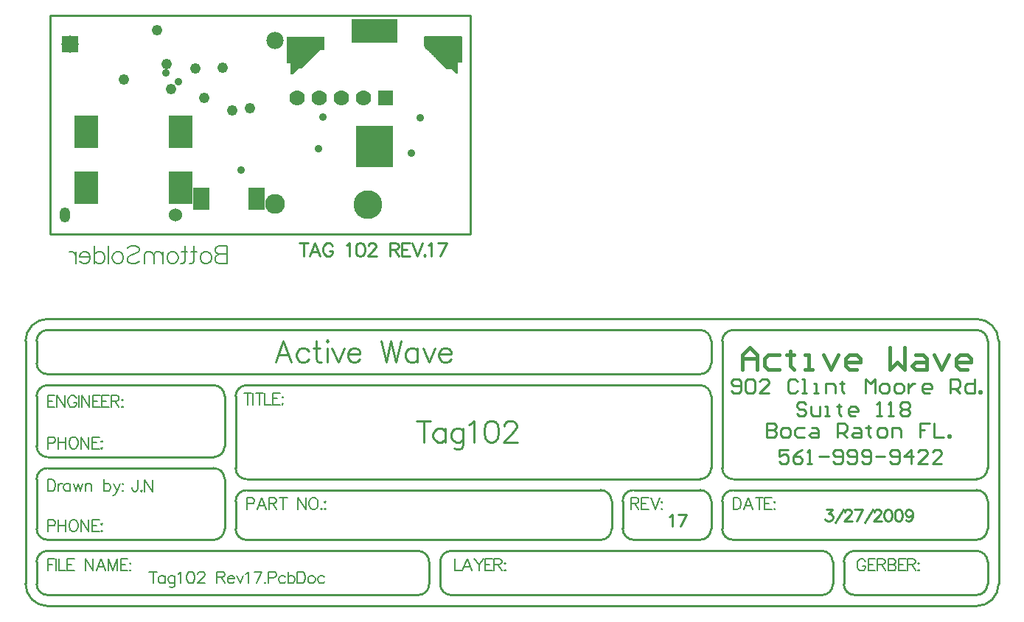
<source format=gbs>
%FSLAX23Y23*%
%MOIN*%
G70*
G01*
G75*
G04 Layer_Color=16711935*
%ADD10C,0.030*%
%ADD11R,0.030X0.030*%
%ADD12R,0.074X0.045*%
%ADD13C,0.040*%
%ADD14R,0.020X0.050*%
%ADD15O,0.016X0.060*%
%ADD16R,0.024X0.024*%
%ADD17O,0.016X0.060*%
%ADD18R,0.030X0.030*%
%ADD19R,0.024X0.100*%
%ADD20R,0.024X0.090*%
%ADD21R,0.070X0.024*%
%ADD22R,0.090X0.024*%
%ADD23O,0.024X0.080*%
%ADD24R,0.075X0.043*%
%ADD25R,0.014X0.035*%
%ADD26R,0.014X0.035*%
%ADD27R,0.050X0.036*%
%ADD28R,0.036X0.036*%
%ADD29R,0.036X0.036*%
%ADD30R,0.036X0.050*%
%ADD31R,0.063X0.051*%
%ADD32R,0.080X0.060*%
%ADD33C,0.010*%
%ADD34C,0.014*%
%ADD35C,0.006*%
%ADD36C,0.016*%
%ADD37C,0.015*%
%ADD38C,0.025*%
%ADD39C,0.012*%
%ADD40C,0.008*%
%ADD41C,0.020*%
%ADD42C,0.005*%
%ADD43C,0.009*%
%ADD44C,0.062*%
%ADD45R,0.062X0.062*%
%ADD46O,0.040X0.060*%
%ADD47C,0.070*%
%ADD48C,0.122*%
%ADD49C,0.028*%
%ADD50R,0.070X0.070*%
%ADD51R,0.067X0.091*%
%ADD52C,0.020*%
%ADD53R,0.200X0.100*%
%ADD54R,0.160X0.180*%
%ADD55R,0.098X0.138*%
%ADD56C,0.032*%
%ADD57C,0.010*%
%ADD58R,0.032X0.036*%
%ADD59R,0.273X0.018*%
%ADD60R,0.038X0.038*%
%ADD61R,0.082X0.053*%
%ADD62C,0.048*%
%ADD63R,0.028X0.058*%
%ADD64O,0.024X0.068*%
%ADD65R,0.032X0.032*%
%ADD66O,0.024X0.068*%
%ADD67R,0.038X0.038*%
%ADD68R,0.032X0.108*%
%ADD69R,0.032X0.098*%
%ADD70R,0.078X0.032*%
%ADD71R,0.098X0.032*%
%ADD72O,0.032X0.088*%
%ADD73R,0.083X0.051*%
%ADD74R,0.022X0.043*%
%ADD75R,0.022X0.043*%
%ADD76R,0.058X0.044*%
%ADD77R,0.044X0.044*%
%ADD78R,0.044X0.044*%
%ADD79R,0.044X0.058*%
%ADD80R,0.071X0.059*%
%ADD81R,0.088X0.068*%
%ADD82O,0.048X0.068*%
%ADD83C,0.090*%
%ADD84C,0.078*%
%ADD85C,0.130*%
%ADD86C,0.036*%
%ADD87C,0.060*%
%ADD88R,0.078X0.078*%
%ADD89R,0.075X0.099*%
%ADD90R,0.208X0.108*%
%ADD91R,0.168X0.188*%
%ADD92R,0.106X0.146*%
G36*
X7Y-34D02*
X-9D01*
Y-85D01*
X-17D01*
X-127Y25D01*
X-158D01*
Y72D01*
X7D01*
Y-34D01*
D02*
G37*
G36*
X-613Y41D02*
X-714Y-60D01*
X-755D01*
Y-31D01*
X-782D01*
Y82D01*
X-613D01*
Y41D01*
D02*
G37*
D33*
X-1854Y-811D02*
Y178D01*
Y-811D02*
X48D01*
X-1854Y178D02*
X48D01*
Y-811D02*
Y178D01*
X-706Y-852D02*
Y-912D01*
X-726Y-852D02*
X-686D01*
X-633Y-912D02*
X-656Y-852D01*
X-679Y-912D01*
X-670Y-892D02*
X-642D01*
X-576Y-866D02*
X-579Y-861D01*
X-585Y-855D01*
X-591Y-852D01*
X-602D01*
X-608Y-855D01*
X-613Y-861D01*
X-616Y-866D01*
X-619Y-875D01*
Y-889D01*
X-616Y-898D01*
X-613Y-903D01*
X-608Y-909D01*
X-602Y-912D01*
X-591D01*
X-585Y-909D01*
X-579Y-903D01*
X-576Y-898D01*
Y-889D01*
X-591D02*
X-576D01*
X-515Y-863D02*
X-510Y-861D01*
X-501Y-852D01*
Y-912D01*
X-454Y-852D02*
X-463Y-855D01*
X-469Y-863D01*
X-471Y-878D01*
Y-886D01*
X-469Y-901D01*
X-463Y-909D01*
X-454Y-912D01*
X-449D01*
X-440Y-909D01*
X-434Y-901D01*
X-431Y-886D01*
Y-878D01*
X-434Y-863D01*
X-440Y-855D01*
X-449Y-852D01*
X-454D01*
X-415Y-866D02*
Y-863D01*
X-412Y-858D01*
X-409Y-855D01*
X-404Y-852D01*
X-392D01*
X-387Y-855D01*
X-384Y-858D01*
X-381Y-863D01*
Y-869D01*
X-384Y-875D01*
X-390Y-883D01*
X-418Y-912D01*
X-378D01*
X-318Y-852D02*
Y-912D01*
Y-852D02*
X-292D01*
X-283Y-855D01*
X-280Y-858D01*
X-278Y-863D01*
Y-869D01*
X-280Y-875D01*
X-283Y-878D01*
X-292Y-881D01*
X-318D01*
X-298D02*
X-278Y-912D01*
X-227Y-852D02*
X-264D01*
Y-912D01*
X-227D01*
X-264Y-881D02*
X-241D01*
X-217Y-852D02*
X-194Y-912D01*
X-171Y-852D02*
X-194Y-912D01*
X-161Y-906D02*
X-164Y-909D01*
X-161Y-912D01*
X-158Y-909D01*
X-161Y-906D01*
X-145Y-863D02*
X-139Y-861D01*
X-130Y-852D01*
Y-912D01*
X-61Y-852D02*
X-89Y-912D01*
X-101Y-852D02*
X-61D01*
X2385Y-2020D02*
G03*
X2336Y-1971I-49J0D01*
G01*
X1235D02*
G03*
X1185Y-2021I0J-50D01*
G01*
X2335Y-1921D02*
G03*
X2385Y-1871I0J50D01*
G01*
X1185D02*
G03*
X1235Y-1921I50J0D01*
G01*
X-1865Y-1196D02*
G03*
X-1965Y-1296I0J-100D01*
G01*
Y-2395D02*
G03*
X-1866Y-2496I101J0D01*
G01*
X2335Y-2496D02*
G03*
X2435Y-2396I0J100D01*
G01*
Y-1296D02*
G03*
X2335Y-1196I-100J0D01*
G01*
X2385Y-1295D02*
G03*
X2334Y-1246I-49J0D01*
G01*
X2335Y-2196D02*
G03*
X2385Y-2146I0J50D01*
G01*
X2385Y-2295D02*
G03*
X2335Y-2246I-50J-1D01*
G01*
Y-2446D02*
G03*
X2385Y-2396I0J50D01*
G01*
X1085Y-2196D02*
G03*
X1135Y-2146I0J50D01*
G01*
X1185Y-2147D02*
G03*
X1235Y-2196I49J0D01*
G01*
X1135Y-2020D02*
G03*
X1086Y-1971I-49J0D01*
G01*
X-1915Y-2396D02*
G03*
X-1866Y-2446I50J0D01*
G01*
X1086Y-1921D02*
G03*
X1135Y-1871I-1J50D01*
G01*
X-1865Y-2246D02*
G03*
X-1915Y-2296I0J-50D01*
G01*
X1135Y-1546D02*
G03*
X1085Y-1496I-50J0D01*
G01*
Y-1446D02*
G03*
X1135Y-1396I0J50D01*
G01*
X1235Y-1246D02*
G03*
X1185Y-1296I0J-50D01*
G01*
X1135D02*
G03*
X1085Y-1246I-50J0D01*
G01*
X-1865D02*
G03*
X-1915Y-1296I0J-50D01*
G01*
Y-1396D02*
G03*
X-1865Y-1446I50J0D01*
G01*
Y-1496D02*
G03*
X-1915Y-1546I0J-50D01*
G01*
Y-1771D02*
G03*
X-1865Y-1821I50J0D01*
G01*
Y-1871D02*
G03*
X-1915Y-1921I0J-50D01*
G01*
Y-2146D02*
G03*
X-1866Y-2196I50J0D01*
G01*
X-965Y-1496D02*
G03*
X-1015Y-1546I0J-50D01*
G01*
X-965Y-1971D02*
G03*
X-1015Y-2021I0J-50D01*
G01*
X783Y-1971D02*
G03*
X735Y-2022I0J-48D01*
G01*
X735Y-2145D02*
G03*
X785Y-2196I51J0D01*
G01*
X636Y-2196D02*
G03*
X685Y-2146I0J49D01*
G01*
X685Y-2020D02*
G03*
X636Y-1971I-49J0D01*
G01*
X-1114Y-2196D02*
G03*
X-1065Y-2147I0J49D01*
G01*
X-1015D02*
G03*
X-966Y-2196I49J0D01*
G01*
X-1015Y-1872D02*
G03*
X-966Y-1921I49J0D01*
G01*
X-1065Y-1920D02*
G03*
X-1116Y-1871I-49J0D01*
G01*
X-1113Y-1821D02*
G03*
X-1065Y-1773I0J48D01*
G01*
Y-1545D02*
G03*
X-1114Y-1496I-49J0D01*
G01*
X1785Y-2246D02*
G03*
X1735Y-2296I0J-50D01*
G01*
Y-2397D02*
G03*
X1785Y-2446I49J0D01*
G01*
X1636Y-2446D02*
G03*
X1685Y-2397I1J48D01*
G01*
X1685Y-2296D02*
G03*
X1635Y-2246I-50J0D01*
G01*
X-90Y-2396D02*
G03*
X-41Y-2446I50J0D01*
G01*
X-40Y-2246D02*
G03*
X-90Y-2296I0J-50D01*
G01*
X-189Y-2446D02*
G03*
X-140Y-2397I1J48D01*
G01*
X-140Y-2296D02*
G03*
X-190Y-2246I-50J0D01*
G01*
X2385Y-2146D02*
Y-2020D01*
X1185Y-2146D02*
Y-2021D01*
X2385Y-1871D02*
Y-1296D01*
X1185Y-1871D02*
Y-1296D01*
X-1965Y-2396D02*
Y-1296D01*
X-1915Y-2396D02*
Y-2296D01*
X2385Y-2396D02*
Y-2296D01*
X1135Y-2146D02*
Y-2021D01*
X735Y-2146D02*
Y-2021D01*
X-1015Y-2146D02*
Y-2021D01*
X685Y-2146D02*
Y-2021D01*
X-1015Y-1871D02*
Y-1546D01*
X1135Y-1871D02*
Y-1546D01*
Y-1396D02*
Y-1296D01*
X-1915Y-1396D02*
Y-1296D01*
X-1065Y-1771D02*
Y-1546D01*
X-1915Y-1771D02*
Y-1546D01*
X-1065Y-2146D02*
Y-1921D01*
X-1915Y-2146D02*
Y-1921D01*
X2435Y-2396D02*
Y-1296D01*
X1735Y-2396D02*
Y-2296D01*
X1685Y-2396D02*
Y-2296D01*
X-90Y-2396D02*
Y-2296D01*
X-140Y-2396D02*
Y-2296D01*
X1235Y-1971D02*
X2335D01*
X1235Y-1921D02*
X2335D01*
X-965D02*
X1085D01*
X1235Y-1246D02*
X2335D01*
X1235Y-2196D02*
X2335D01*
X785Y-1971D02*
X1085D01*
X785Y-2196D02*
X1085D01*
X-965D02*
X635D01*
X-965Y-1971D02*
X635D01*
X-965Y-1496D02*
X1085D01*
X-1865Y-1446D02*
X1085D01*
X-1865Y-1496D02*
X-1115D01*
X-1865Y-1821D02*
X-1115D01*
X-1865Y-1871D02*
X-1115D01*
X-1865Y-2196D02*
X-1115D01*
X-1865Y-1196D02*
X2335D01*
X-1865Y-2496D02*
X2335D01*
X-1865Y-1246D02*
X1085D01*
X1785Y-2246D02*
X2335D01*
X1785Y-2446D02*
X2335D01*
X-40Y-2246D02*
X1635D01*
X-1865D02*
X-190D01*
X-1865Y-2446D02*
X-190D01*
X-40D02*
X1635D01*
X1564Y-1583D02*
X1554Y-1572D01*
X1532D01*
X1522Y-1583D01*
Y-1593D01*
X1532Y-1604D01*
X1554D01*
X1564Y-1615D01*
Y-1625D01*
X1554Y-1636D01*
X1532D01*
X1522Y-1625D01*
X1586Y-1593D02*
Y-1625D01*
X1596Y-1636D01*
X1628D01*
Y-1593D01*
X1649Y-1636D02*
X1671D01*
X1660D01*
Y-1593D01*
X1649D01*
X1713Y-1583D02*
Y-1593D01*
X1703D01*
X1724D01*
X1713D01*
Y-1625D01*
X1724Y-1636D01*
X1788D02*
X1767D01*
X1756Y-1625D01*
Y-1604D01*
X1767Y-1593D01*
X1788D01*
X1799Y-1604D01*
Y-1615D01*
X1756D01*
X1884Y-1636D02*
X1905D01*
X1895D01*
Y-1572D01*
X1884Y-1583D01*
X1937Y-1636D02*
X1959D01*
X1948D01*
Y-1572D01*
X1937Y-1583D01*
X1991D02*
X2001Y-1572D01*
X2023D01*
X2033Y-1583D01*
Y-1593D01*
X2023Y-1604D01*
X2033Y-1615D01*
Y-1625D01*
X2023Y-1636D01*
X2001D01*
X1991Y-1625D01*
Y-1615D01*
X2001Y-1604D01*
X1991Y-1593D01*
Y-1583D01*
X2001Y-1604D02*
X2023D01*
X1484Y-1787D02*
X1442D01*
Y-1819D01*
X1463Y-1808D01*
X1474D01*
X1484Y-1819D01*
Y-1840D01*
X1474Y-1851D01*
X1452D01*
X1442Y-1840D01*
X1548Y-1787D02*
X1527Y-1798D01*
X1506Y-1819D01*
Y-1840D01*
X1516Y-1851D01*
X1537D01*
X1548Y-1840D01*
Y-1830D01*
X1537Y-1819D01*
X1506D01*
X1569Y-1851D02*
X1591D01*
X1580D01*
Y-1787D01*
X1569Y-1798D01*
X1623Y-1819D02*
X1665D01*
X1687Y-1840D02*
X1697Y-1851D01*
X1719D01*
X1729Y-1840D01*
Y-1798D01*
X1719Y-1787D01*
X1697D01*
X1687Y-1798D01*
Y-1808D01*
X1697Y-1819D01*
X1729D01*
X1751Y-1840D02*
X1761Y-1851D01*
X1783D01*
X1793Y-1840D01*
Y-1798D01*
X1783Y-1787D01*
X1761D01*
X1751Y-1798D01*
Y-1808D01*
X1761Y-1819D01*
X1793D01*
X1815Y-1840D02*
X1825Y-1851D01*
X1847D01*
X1857Y-1840D01*
Y-1798D01*
X1847Y-1787D01*
X1825D01*
X1815Y-1798D01*
Y-1808D01*
X1825Y-1819D01*
X1857D01*
X1879D02*
X1921D01*
X1943Y-1840D02*
X1953Y-1851D01*
X1975D01*
X1985Y-1840D01*
Y-1798D01*
X1975Y-1787D01*
X1953D01*
X1943Y-1798D01*
Y-1808D01*
X1953Y-1819D01*
X1985D01*
X2039Y-1851D02*
Y-1787D01*
X2007Y-1819D01*
X2049D01*
X2113Y-1851D02*
X2071D01*
X2113Y-1808D01*
Y-1798D01*
X2103Y-1787D01*
X2081D01*
X2071Y-1798D01*
X2177Y-1851D02*
X2135D01*
X2177Y-1808D01*
Y-1798D01*
X2167Y-1787D01*
X2145D01*
X2135Y-1798D01*
X1227Y-1520D02*
X1237Y-1531D01*
X1259D01*
X1269Y-1520D01*
Y-1478D01*
X1259Y-1467D01*
X1237D01*
X1227Y-1478D01*
Y-1488D01*
X1237Y-1499D01*
X1269D01*
X1291Y-1478D02*
X1301Y-1467D01*
X1322D01*
X1333Y-1478D01*
Y-1520D01*
X1322Y-1531D01*
X1301D01*
X1291Y-1520D01*
Y-1478D01*
X1397Y-1531D02*
X1354D01*
X1397Y-1488D01*
Y-1478D01*
X1386Y-1467D01*
X1365D01*
X1354Y-1478D01*
X1525D02*
X1514Y-1467D01*
X1493D01*
X1482Y-1478D01*
Y-1520D01*
X1493Y-1531D01*
X1514D01*
X1525Y-1520D01*
X1546Y-1531D02*
X1568D01*
X1557D01*
Y-1467D01*
X1546D01*
X1600Y-1531D02*
X1621D01*
X1610D01*
Y-1488D01*
X1600D01*
X1653Y-1531D02*
Y-1488D01*
X1685D01*
X1696Y-1499D01*
Y-1531D01*
X1728Y-1478D02*
Y-1488D01*
X1717D01*
X1738D01*
X1728D01*
Y-1520D01*
X1738Y-1531D01*
X1834D02*
Y-1467D01*
X1856Y-1488D01*
X1877Y-1467D01*
Y-1531D01*
X1909D02*
X1930D01*
X1941Y-1520D01*
Y-1499D01*
X1930Y-1488D01*
X1909D01*
X1898Y-1499D01*
Y-1520D01*
X1909Y-1531D01*
X1973D02*
X1994D01*
X2005Y-1520D01*
Y-1499D01*
X1994Y-1488D01*
X1973D01*
X1962Y-1499D01*
Y-1520D01*
X1973Y-1531D01*
X2026Y-1488D02*
Y-1531D01*
Y-1510D01*
X2037Y-1499D01*
X2048Y-1488D01*
X2058D01*
X2122Y-1531D02*
X2101D01*
X2090Y-1520D01*
Y-1499D01*
X2101Y-1488D01*
X2122D01*
X2133Y-1499D01*
Y-1510D01*
X2090D01*
X2218Y-1531D02*
Y-1467D01*
X2250D01*
X2261Y-1478D01*
Y-1499D01*
X2250Y-1510D01*
X2218D01*
X2240D02*
X2261Y-1531D01*
X2325Y-1467D02*
Y-1531D01*
X2293D01*
X2282Y-1520D01*
Y-1499D01*
X2293Y-1488D01*
X2325D01*
X2346Y-1531D02*
Y-1520D01*
X2357D01*
Y-1531D01*
X2346D01*
X1387Y-1667D02*
Y-1731D01*
X1419D01*
X1429Y-1720D01*
Y-1710D01*
X1419Y-1699D01*
X1387D01*
X1419D01*
X1429Y-1688D01*
Y-1678D01*
X1419Y-1667D01*
X1387D01*
X1461Y-1731D02*
X1482D01*
X1493Y-1720D01*
Y-1699D01*
X1482Y-1688D01*
X1461D01*
X1451Y-1699D01*
Y-1720D01*
X1461Y-1731D01*
X1557Y-1688D02*
X1525D01*
X1514Y-1699D01*
Y-1720D01*
X1525Y-1731D01*
X1557D01*
X1589Y-1688D02*
X1610D01*
X1621Y-1699D01*
Y-1731D01*
X1589D01*
X1578Y-1720D01*
X1589Y-1710D01*
X1621D01*
X1706Y-1731D02*
Y-1667D01*
X1738D01*
X1749Y-1678D01*
Y-1699D01*
X1738Y-1710D01*
X1706D01*
X1728D02*
X1749Y-1731D01*
X1781Y-1688D02*
X1802D01*
X1813Y-1699D01*
Y-1731D01*
X1781D01*
X1770Y-1720D01*
X1781Y-1710D01*
X1813D01*
X1845Y-1678D02*
Y-1688D01*
X1834D01*
X1856D01*
X1845D01*
Y-1720D01*
X1856Y-1731D01*
X1898D02*
X1920D01*
X1930Y-1720D01*
Y-1699D01*
X1920Y-1688D01*
X1898D01*
X1888Y-1699D01*
Y-1720D01*
X1898Y-1731D01*
X1952D02*
Y-1688D01*
X1984D01*
X1994Y-1699D01*
Y-1731D01*
X2122Y-1667D02*
X2080D01*
Y-1699D01*
X2101D01*
X2080D01*
Y-1731D01*
X2144Y-1667D02*
Y-1731D01*
X2186D01*
X2208D02*
Y-1720D01*
X2218D01*
Y-1731D01*
X2208D01*
D37*
X1277Y-1426D02*
Y-1359D01*
X1310Y-1326D01*
X1343Y-1359D01*
Y-1426D01*
Y-1376D01*
X1277D01*
X1443Y-1359D02*
X1393D01*
X1376Y-1376D01*
Y-1409D01*
X1393Y-1426D01*
X1443D01*
X1493Y-1343D02*
Y-1359D01*
X1476D01*
X1510D01*
X1493D01*
Y-1409D01*
X1510Y-1426D01*
X1560D02*
X1593D01*
X1576D01*
Y-1359D01*
X1560D01*
X1643D02*
X1676Y-1426D01*
X1710Y-1359D01*
X1793Y-1426D02*
X1760D01*
X1743Y-1409D01*
Y-1376D01*
X1760Y-1359D01*
X1793D01*
X1810Y-1376D01*
Y-1393D01*
X1743D01*
X1943Y-1326D02*
Y-1426D01*
X1976Y-1393D01*
X2010Y-1426D01*
Y-1326D01*
X2060Y-1359D02*
X2093D01*
X2110Y-1376D01*
Y-1426D01*
X2060D01*
X2043Y-1409D01*
X2060Y-1393D01*
X2110D01*
X2143Y-1359D02*
X2176Y-1426D01*
X2210Y-1359D01*
X2293Y-1426D02*
X2260D01*
X2243Y-1409D01*
Y-1376D01*
X2260Y-1359D01*
X2293D01*
X2310Y-1376D01*
Y-1393D01*
X2243D01*
D40*
X-765Y-73D02*
X-745D01*
X-765Y-85D02*
X-757D01*
X-781Y-34D02*
X-765D01*
Y-68D02*
X-740D01*
X-765Y-63D02*
X-735D01*
X-781Y-33D02*
X-705D01*
X-781Y-28D02*
X-700D01*
X-781Y-23D02*
X-695D01*
X-781Y-18D02*
X-690D01*
X-765Y-78D02*
X-750D01*
X-765Y-83D02*
X-755D01*
X-765Y-85D02*
Y-34D01*
Y-58D02*
X-730D01*
X-765Y-53D02*
X-725D01*
X-765Y-48D02*
X-720D01*
X-765Y-43D02*
X-715D01*
X-765Y-38D02*
X-710D01*
X-691Y-19D02*
Y72D01*
X-756Y-84D02*
Y72D01*
X-751Y-79D02*
Y72D01*
X-761Y-85D02*
Y72D01*
X-741Y-69D02*
Y72D01*
X-746Y-74D02*
Y72D01*
X-776Y-34D02*
Y72D01*
X-781Y-34D02*
Y72D01*
X-766Y-34D02*
Y72D01*
X-771Y-34D02*
Y72D01*
X-731Y-59D02*
Y72D01*
X-726Y-54D02*
Y72D01*
X-736Y-64D02*
Y72D01*
X-716Y-44D02*
Y72D01*
X-721Y-49D02*
Y72D01*
X-706Y-34D02*
Y72D01*
X-711Y-39D02*
Y72D01*
X-696Y-24D02*
Y72D01*
X-701Y-29D02*
Y72D01*
X-781Y-8D02*
X-680D01*
X-781Y-13D02*
X-685D01*
X-781Y-3D02*
X-675D01*
X-781Y2D02*
X-670D01*
X-781Y7D02*
X-665D01*
X-781Y12D02*
X-660D01*
X-781Y17D02*
X-655D01*
X-781Y22D02*
X-650D01*
X-781Y52D02*
X-616D01*
X-757Y-85D02*
X-647Y25D01*
X-616D01*
X-781Y27D02*
X-616D01*
X-781Y32D02*
X-616D01*
X-781Y37D02*
X-616D01*
X-781Y57D02*
X-616D01*
X-781Y62D02*
X-616D01*
X-781Y42D02*
X-616D01*
X-781Y47D02*
X-616D01*
X-681Y-9D02*
Y72D01*
X-676Y-4D02*
Y72D01*
X-686Y-14D02*
Y72D01*
X-666Y6D02*
Y72D01*
X-671Y1D02*
Y72D01*
X-656Y16D02*
Y72D01*
X-661Y11D02*
Y72D01*
X-781Y67D02*
X-616D01*
X-781Y72D02*
X-616D01*
X-646Y25D02*
Y72D01*
X-641Y25D02*
Y72D01*
X-651Y21D02*
Y72D01*
X-631Y25D02*
Y72D01*
X-636Y25D02*
Y72D01*
X-621Y25D02*
Y72D01*
X-626Y25D02*
Y72D01*
X-616Y25D02*
Y72D01*
Y25D02*
Y72D01*
X-126Y6D02*
Y82D01*
X-121Y1D02*
Y82D01*
X-131Y11D02*
Y82D01*
X-161Y41D02*
X-60Y-60D01*
X-116Y-4D02*
Y82D01*
X-156Y36D02*
Y82D01*
X-161Y41D02*
Y82D01*
X-146Y26D02*
Y82D01*
X-151Y31D02*
Y82D01*
X-82Y-38D02*
X-19D01*
X-87Y-33D02*
X-19D01*
X-72Y-48D02*
X-19D01*
X-77Y-43D02*
X-19D01*
X-106Y-14D02*
Y82D01*
X-111Y-9D02*
Y82D01*
X-96Y-24D02*
Y82D01*
X-101Y-19D02*
Y82D01*
X-76Y-44D02*
Y82D01*
X-71Y-49D02*
Y82D01*
X-81Y-39D02*
Y82D01*
X-61Y-59D02*
Y82D01*
X-66Y-54D02*
Y82D01*
X-136Y16D02*
Y82D01*
X-141Y21D02*
Y82D01*
X-86Y-34D02*
Y82D01*
X-91Y-29D02*
Y82D01*
X-31Y-60D02*
Y82D01*
X-36Y-60D02*
Y82D01*
X-21Y-60D02*
Y82D01*
X-26Y-60D02*
Y82D01*
X-51Y-60D02*
Y82D01*
X-56Y-60D02*
Y82D01*
X-41Y-60D02*
Y82D01*
X-46Y-60D02*
Y82D01*
X-122Y2D02*
X8D01*
X-117Y-3D02*
X8D01*
X-127Y7D02*
X8D01*
X-107Y-13D02*
X8D01*
X-112Y-8D02*
X8D01*
X-142Y22D02*
X8D01*
X-147Y27D02*
X8D01*
X-132Y12D02*
X8D01*
X-137Y17D02*
X8D01*
X-62Y-58D02*
X-19D01*
X-67Y-53D02*
X-19D01*
X-60Y-60D02*
X-19D01*
Y-31D01*
X-97Y-23D02*
X8D01*
X-102Y-18D02*
X8D01*
X-19Y-31D02*
X8D01*
X-92Y-28D02*
X8D01*
X-161Y57D02*
X8D01*
X-161Y52D02*
X8D01*
X-161Y62D02*
X8D01*
X-161Y42D02*
X8D01*
X-161Y47D02*
X8D01*
X-161Y77D02*
X8D01*
X-161Y82D02*
X8D01*
X-161Y67D02*
X8D01*
X-161Y72D02*
X8D01*
X-1Y-31D02*
Y82D01*
X-6Y-31D02*
Y82D01*
X8Y-31D02*
Y82D01*
X4Y-31D02*
Y82D01*
X-11Y-31D02*
Y82D01*
X-16Y-31D02*
Y82D01*
X-152Y32D02*
X8D01*
X-157Y37D02*
X8D01*
X-1053Y-865D02*
Y-945D01*
Y-865D02*
X-1087D01*
X-1099Y-869D01*
X-1103Y-873D01*
X-1106Y-880D01*
Y-888D01*
X-1103Y-895D01*
X-1099Y-899D01*
X-1087Y-903D01*
X-1053D02*
X-1087D01*
X-1099Y-907D01*
X-1103Y-911D01*
X-1106Y-918D01*
Y-930D01*
X-1103Y-937D01*
X-1099Y-941D01*
X-1087Y-945D01*
X-1053D01*
X-1143Y-892D02*
X-1136Y-895D01*
X-1128Y-903D01*
X-1124Y-915D01*
Y-922D01*
X-1128Y-934D01*
X-1136Y-941D01*
X-1143Y-945D01*
X-1155D01*
X-1162Y-941D01*
X-1170Y-934D01*
X-1174Y-922D01*
Y-915D01*
X-1170Y-903D01*
X-1162Y-895D01*
X-1155Y-892D01*
X-1143D01*
X-1203Y-865D02*
Y-930D01*
X-1206Y-941D01*
X-1214Y-945D01*
X-1222D01*
X-1191Y-892D02*
X-1218D01*
X-1245Y-865D02*
Y-930D01*
X-1248Y-941D01*
X-1256Y-945D01*
X-1264D01*
X-1233Y-892D02*
X-1260D01*
X-1294D02*
X-1286Y-895D01*
X-1279Y-903D01*
X-1275Y-915D01*
Y-922D01*
X-1279Y-934D01*
X-1286Y-941D01*
X-1294Y-945D01*
X-1306D01*
X-1313Y-941D01*
X-1321Y-934D01*
X-1325Y-922D01*
Y-915D01*
X-1321Y-903D01*
X-1313Y-895D01*
X-1306Y-892D01*
X-1294D01*
X-1342D02*
Y-945D01*
Y-907D02*
X-1354Y-895D01*
X-1361Y-892D01*
X-1373D01*
X-1380Y-895D01*
X-1384Y-907D01*
Y-945D01*
Y-907D02*
X-1395Y-895D01*
X-1403Y-892D01*
X-1414D01*
X-1422Y-895D01*
X-1426Y-907D01*
Y-945D01*
X-1504Y-876D02*
X-1497Y-869D01*
X-1485Y-865D01*
X-1470D01*
X-1459Y-869D01*
X-1451Y-876D01*
Y-884D01*
X-1455Y-892D01*
X-1459Y-895D01*
X-1466Y-899D01*
X-1489Y-907D01*
X-1497Y-911D01*
X-1501Y-915D01*
X-1504Y-922D01*
Y-934D01*
X-1497Y-941D01*
X-1485Y-945D01*
X-1470D01*
X-1459Y-941D01*
X-1451Y-934D01*
X-1541Y-892D02*
X-1534Y-895D01*
X-1526Y-903D01*
X-1522Y-915D01*
Y-922D01*
X-1526Y-934D01*
X-1534Y-941D01*
X-1541Y-945D01*
X-1553D01*
X-1560Y-941D01*
X-1568Y-934D01*
X-1572Y-922D01*
Y-915D01*
X-1568Y-903D01*
X-1560Y-895D01*
X-1553Y-892D01*
X-1541D01*
X-1589Y-865D02*
Y-945D01*
X-1652Y-865D02*
Y-945D01*
Y-903D02*
X-1644Y-895D01*
X-1636Y-892D01*
X-1625D01*
X-1617Y-895D01*
X-1610Y-903D01*
X-1606Y-915D01*
Y-922D01*
X-1610Y-934D01*
X-1617Y-941D01*
X-1625Y-945D01*
X-1636D01*
X-1644Y-941D01*
X-1652Y-934D01*
X-1673Y-915D02*
X-1719D01*
Y-907D01*
X-1715Y-899D01*
X-1711Y-895D01*
X-1704Y-892D01*
X-1692D01*
X-1684Y-895D01*
X-1677Y-903D01*
X-1673Y-915D01*
Y-922D01*
X-1677Y-934D01*
X-1684Y-941D01*
X-1692Y-945D01*
X-1704D01*
X-1711Y-941D01*
X-1719Y-934D01*
X-1736Y-892D02*
Y-945D01*
Y-915D02*
X-1740Y-903D01*
X-1747Y-895D01*
X-1755Y-892D01*
X-1766D01*
X-1457Y-1924D02*
Y-1965D01*
X-1459Y-1972D01*
X-1462Y-1975D01*
X-1467Y-1977D01*
X-1472D01*
X-1477Y-1975D01*
X-1480Y-1972D01*
X-1482Y-1965D01*
Y-1959D01*
X-1440Y-1972D02*
X-1443Y-1975D01*
X-1440Y-1977D01*
X-1438Y-1975D01*
X-1440Y-1972D01*
X-1426Y-1924D02*
Y-1977D01*
Y-1924D02*
X-1391Y-1977D01*
Y-1924D02*
Y-1977D01*
D42*
X-1388Y-2340D02*
Y-2393D01*
X-1406Y-2340D02*
X-1370D01*
X-1334Y-2357D02*
Y-2393D01*
Y-2365D02*
X-1339Y-2360D01*
X-1344Y-2357D01*
X-1351D01*
X-1356Y-2360D01*
X-1362Y-2365D01*
X-1364Y-2373D01*
Y-2378D01*
X-1362Y-2385D01*
X-1356Y-2390D01*
X-1351Y-2393D01*
X-1344D01*
X-1339Y-2390D01*
X-1334Y-2385D01*
X-1289Y-2357D02*
Y-2398D01*
X-1291Y-2406D01*
X-1294Y-2408D01*
X-1299Y-2411D01*
X-1307D01*
X-1312Y-2408D01*
X-1289Y-2365D02*
X-1294Y-2360D01*
X-1299Y-2357D01*
X-1307D01*
X-1312Y-2360D01*
X-1317Y-2365D01*
X-1319Y-2373D01*
Y-2378D01*
X-1317Y-2385D01*
X-1312Y-2390D01*
X-1307Y-2393D01*
X-1299D01*
X-1294Y-2390D01*
X-1289Y-2385D01*
X-1275Y-2350D02*
X-1270Y-2347D01*
X-1262Y-2340D01*
Y-2393D01*
X-1220Y-2340D02*
X-1228Y-2342D01*
X-1233Y-2350D01*
X-1236Y-2363D01*
Y-2370D01*
X-1233Y-2383D01*
X-1228Y-2390D01*
X-1220Y-2393D01*
X-1215D01*
X-1208Y-2390D01*
X-1203Y-2383D01*
X-1200Y-2370D01*
Y-2363D01*
X-1203Y-2350D01*
X-1208Y-2342D01*
X-1215Y-2340D01*
X-1220D01*
X-1186Y-2352D02*
Y-2350D01*
X-1183Y-2345D01*
X-1181Y-2342D01*
X-1175Y-2340D01*
X-1165D01*
X-1160Y-2342D01*
X-1158Y-2345D01*
X-1155Y-2350D01*
Y-2355D01*
X-1158Y-2360D01*
X-1163Y-2368D01*
X-1188Y-2393D01*
X-1153D01*
X-1099Y-2340D02*
Y-2393D01*
Y-2340D02*
X-1076D01*
X-1068Y-2342D01*
X-1066Y-2345D01*
X-1063Y-2350D01*
Y-2355D01*
X-1066Y-2360D01*
X-1068Y-2363D01*
X-1076Y-2365D01*
X-1099D01*
X-1081D02*
X-1063Y-2393D01*
X-1051Y-2373D02*
X-1021D01*
Y-2368D01*
X-1023Y-2363D01*
X-1026Y-2360D01*
X-1031Y-2357D01*
X-1039D01*
X-1044Y-2360D01*
X-1049Y-2365D01*
X-1051Y-2373D01*
Y-2378D01*
X-1049Y-2385D01*
X-1044Y-2390D01*
X-1039Y-2393D01*
X-1031D01*
X-1026Y-2390D01*
X-1021Y-2385D01*
X-1009Y-2357D02*
X-994Y-2393D01*
X-979Y-2357D02*
X-994Y-2393D01*
X-970Y-2350D02*
X-965Y-2347D01*
X-958Y-2340D01*
Y-2393D01*
X-896Y-2340D02*
X-921Y-2393D01*
X-931Y-2340D02*
X-896D01*
X-881Y-2388D02*
X-884Y-2390D01*
X-881Y-2393D01*
X-879Y-2390D01*
X-881Y-2388D01*
X-867Y-2368D02*
X-844D01*
X-836Y-2365D01*
X-834Y-2363D01*
X-831Y-2357D01*
Y-2350D01*
X-834Y-2345D01*
X-836Y-2342D01*
X-844Y-2340D01*
X-867D01*
Y-2393D01*
X-789Y-2365D02*
X-794Y-2360D01*
X-799Y-2357D01*
X-807D01*
X-812Y-2360D01*
X-817Y-2365D01*
X-819Y-2373D01*
Y-2378D01*
X-817Y-2385D01*
X-812Y-2390D01*
X-807Y-2393D01*
X-799D01*
X-794Y-2390D01*
X-789Y-2385D01*
X-778Y-2340D02*
Y-2393D01*
Y-2365D02*
X-772Y-2360D01*
X-767Y-2357D01*
X-760D01*
X-755Y-2360D01*
X-750Y-2365D01*
X-747Y-2373D01*
Y-2378D01*
X-750Y-2385D01*
X-755Y-2390D01*
X-760Y-2393D01*
X-767D01*
X-772Y-2390D01*
X-778Y-2385D01*
X-736Y-2340D02*
Y-2393D01*
Y-2340D02*
X-718D01*
X-710Y-2342D01*
X-705Y-2347D01*
X-703Y-2352D01*
X-700Y-2360D01*
Y-2373D01*
X-703Y-2380D01*
X-705Y-2385D01*
X-710Y-2390D01*
X-718Y-2393D01*
X-736D01*
X-675Y-2357D02*
X-681Y-2360D01*
X-686Y-2365D01*
X-688Y-2373D01*
Y-2378D01*
X-686Y-2385D01*
X-681Y-2390D01*
X-675Y-2393D01*
X-668D01*
X-663Y-2390D01*
X-658Y-2385D01*
X-655Y-2378D01*
Y-2373D01*
X-658Y-2365D01*
X-663Y-2360D01*
X-668Y-2357D01*
X-675D01*
X-613Y-2365D02*
X-618Y-2360D01*
X-623Y-2357D01*
X-631D01*
X-636Y-2360D01*
X-641Y-2365D01*
X-643Y-2373D01*
Y-2378D01*
X-641Y-2385D01*
X-636Y-2390D01*
X-631Y-2393D01*
X-623D01*
X-618Y-2390D01*
X-613Y-2385D01*
X1235Y-2005D02*
Y-2059D01*
Y-2005D02*
X1253D01*
X1260Y-2008D01*
X1265Y-2013D01*
X1268Y-2018D01*
X1270Y-2026D01*
Y-2038D01*
X1268Y-2046D01*
X1265Y-2051D01*
X1260Y-2056D01*
X1253Y-2059D01*
X1235D01*
X1323D02*
X1303Y-2005D01*
X1282Y-2059D01*
X1290Y-2041D02*
X1315D01*
X1353Y-2005D02*
Y-2059D01*
X1335Y-2005D02*
X1371D01*
X1410D02*
X1377D01*
Y-2059D01*
X1410D01*
X1377Y-2031D02*
X1398D01*
X1422Y-2023D02*
X1419Y-2026D01*
X1422Y-2028D01*
X1424Y-2026D01*
X1422Y-2023D01*
Y-2054D02*
X1419Y-2056D01*
X1422Y-2059D01*
X1424Y-2056D01*
X1422Y-2054D01*
X772Y-2005D02*
Y-2059D01*
Y-2005D02*
X795D01*
X803Y-2008D01*
X805Y-2010D01*
X808Y-2016D01*
Y-2021D01*
X805Y-2026D01*
X803Y-2028D01*
X795Y-2031D01*
X772D01*
X790D02*
X808Y-2059D01*
X853Y-2005D02*
X820D01*
Y-2059D01*
X853D01*
X820Y-2031D02*
X840D01*
X862Y-2005D02*
X882Y-2059D01*
X902Y-2005D02*
X882Y-2059D01*
X912Y-2023D02*
X909Y-2026D01*
X912Y-2028D01*
X914Y-2026D01*
X912Y-2023D01*
Y-2054D02*
X909Y-2056D01*
X912Y-2059D01*
X914Y-2056D01*
X912Y-2054D01*
X-1865Y-1758D02*
X-1842D01*
X-1835Y-1756D01*
X-1832Y-1753D01*
X-1830Y-1748D01*
Y-1741D01*
X-1832Y-1735D01*
X-1835Y-1733D01*
X-1842Y-1730D01*
X-1865D01*
Y-1784D01*
X-1818Y-1730D02*
Y-1784D01*
X-1782Y-1730D02*
Y-1784D01*
X-1818Y-1756D02*
X-1782D01*
X-1752Y-1730D02*
X-1757Y-1733D01*
X-1762Y-1738D01*
X-1765Y-1743D01*
X-1767Y-1751D01*
Y-1763D01*
X-1765Y-1771D01*
X-1762Y-1776D01*
X-1757Y-1781D01*
X-1752Y-1784D01*
X-1742D01*
X-1737Y-1781D01*
X-1732Y-1776D01*
X-1729Y-1771D01*
X-1727Y-1763D01*
Y-1751D01*
X-1729Y-1743D01*
X-1732Y-1738D01*
X-1737Y-1733D01*
X-1742Y-1730D01*
X-1752D01*
X-1714D02*
Y-1784D01*
Y-1730D02*
X-1679Y-1784D01*
Y-1730D02*
Y-1784D01*
X-1631Y-1730D02*
X-1664D01*
Y-1784D01*
X-1631D01*
X-1664Y-1756D02*
X-1644D01*
X-1620Y-1748D02*
X-1622Y-1751D01*
X-1620Y-1753D01*
X-1617Y-1751D01*
X-1620Y-1748D01*
Y-1779D02*
X-1622Y-1781D01*
X-1620Y-1784D01*
X-1617Y-1781D01*
X-1620Y-1779D01*
X-1865Y-2133D02*
X-1842D01*
X-1835Y-2131D01*
X-1832Y-2128D01*
X-1830Y-2123D01*
Y-2116D01*
X-1832Y-2110D01*
X-1835Y-2108D01*
X-1842Y-2105D01*
X-1865D01*
Y-2159D01*
X-1818Y-2105D02*
Y-2159D01*
X-1782Y-2105D02*
Y-2159D01*
X-1818Y-2131D02*
X-1782D01*
X-1752Y-2105D02*
X-1757Y-2108D01*
X-1762Y-2113D01*
X-1765Y-2118D01*
X-1767Y-2126D01*
Y-2138D01*
X-1765Y-2146D01*
X-1762Y-2151D01*
X-1757Y-2156D01*
X-1752Y-2159D01*
X-1742D01*
X-1737Y-2156D01*
X-1732Y-2151D01*
X-1729Y-2146D01*
X-1727Y-2138D01*
Y-2126D01*
X-1729Y-2118D01*
X-1732Y-2113D01*
X-1737Y-2108D01*
X-1742Y-2105D01*
X-1752D01*
X-1714D02*
Y-2159D01*
Y-2105D02*
X-1679Y-2159D01*
Y-2105D02*
Y-2159D01*
X-1631Y-2105D02*
X-1664D01*
Y-2159D01*
X-1631D01*
X-1664Y-2131D02*
X-1644D01*
X-1620Y-2123D02*
X-1622Y-2126D01*
X-1620Y-2128D01*
X-1617Y-2126D01*
X-1620Y-2123D01*
Y-2154D02*
X-1622Y-2156D01*
X-1620Y-2159D01*
X-1617Y-2156D01*
X-1620Y-2154D01*
X-25Y-2283D02*
Y-2336D01*
X5D01*
X52D02*
X32Y-2283D01*
X11Y-2336D01*
X19Y-2318D02*
X44D01*
X64Y-2283D02*
X85Y-2308D01*
Y-2336D01*
X105Y-2283D02*
X85Y-2308D01*
X145Y-2283D02*
X112D01*
Y-2336D01*
X145D01*
X112Y-2308D02*
X132D01*
X154Y-2283D02*
Y-2336D01*
Y-2283D02*
X177D01*
X184Y-2285D01*
X187Y-2288D01*
X189Y-2293D01*
Y-2298D01*
X187Y-2303D01*
X184Y-2306D01*
X177Y-2308D01*
X154D01*
X171D02*
X189Y-2336D01*
X204Y-2301D02*
X201Y-2303D01*
X204Y-2306D01*
X206Y-2303D01*
X204Y-2301D01*
Y-2331D02*
X201Y-2334D01*
X204Y-2336D01*
X206Y-2334D01*
X204Y-2331D01*
X-1832Y-1543D02*
X-1865D01*
Y-1596D01*
X-1832D01*
X-1865Y-1568D02*
X-1845D01*
X-1823Y-1543D02*
Y-1596D01*
Y-1543D02*
X-1788Y-1596D01*
Y-1543D02*
Y-1596D01*
X-1735Y-1556D02*
X-1737Y-1550D01*
X-1742Y-1545D01*
X-1748Y-1543D01*
X-1758D01*
X-1763Y-1545D01*
X-1768Y-1550D01*
X-1770Y-1556D01*
X-1773Y-1563D01*
Y-1576D01*
X-1770Y-1583D01*
X-1768Y-1589D01*
X-1763Y-1594D01*
X-1758Y-1596D01*
X-1748D01*
X-1742Y-1594D01*
X-1737Y-1589D01*
X-1735Y-1583D01*
Y-1576D01*
X-1748D02*
X-1735D01*
X-1723Y-1543D02*
Y-1596D01*
X-1711Y-1543D02*
Y-1596D01*
Y-1543D02*
X-1676Y-1596D01*
Y-1543D02*
Y-1596D01*
X-1628Y-1543D02*
X-1661D01*
Y-1596D01*
X-1628D01*
X-1661Y-1568D02*
X-1641D01*
X-1586Y-1543D02*
X-1619D01*
Y-1596D01*
X-1586D01*
X-1619Y-1568D02*
X-1599D01*
X-1577Y-1543D02*
Y-1596D01*
Y-1543D02*
X-1555D01*
X-1547Y-1545D01*
X-1544Y-1548D01*
X-1542Y-1553D01*
Y-1558D01*
X-1544Y-1563D01*
X-1547Y-1566D01*
X-1555Y-1568D01*
X-1577D01*
X-1560D02*
X-1542Y-1596D01*
X-1527Y-1561D02*
X-1530Y-1563D01*
X-1527Y-1566D01*
X-1525Y-1563D01*
X-1527Y-1561D01*
Y-1591D02*
X-1530Y-1594D01*
X-1527Y-1596D01*
X-1525Y-1594D01*
X-1527Y-1591D01*
X-965Y-2033D02*
X-942D01*
X-935Y-2031D01*
X-932Y-2028D01*
X-930Y-2023D01*
Y-2016D01*
X-932Y-2010D01*
X-935Y-2008D01*
X-942Y-2005D01*
X-965D01*
Y-2059D01*
X-877D02*
X-897Y-2005D01*
X-918Y-2059D01*
X-910Y-2041D02*
X-885D01*
X-865Y-2005D02*
Y-2059D01*
Y-2005D02*
X-842D01*
X-834Y-2008D01*
X-832Y-2010D01*
X-829Y-2016D01*
Y-2021D01*
X-832Y-2026D01*
X-834Y-2028D01*
X-842Y-2031D01*
X-865D01*
X-847D02*
X-829Y-2059D01*
X-799Y-2005D02*
Y-2059D01*
X-817Y-2005D02*
X-781D01*
X-733D02*
Y-2059D01*
Y-2005D02*
X-698Y-2059D01*
Y-2005D02*
Y-2059D01*
X-668Y-2005D02*
X-673Y-2008D01*
X-678Y-2013D01*
X-680Y-2018D01*
X-683Y-2026D01*
Y-2038D01*
X-680Y-2046D01*
X-678Y-2051D01*
X-673Y-2056D01*
X-668Y-2059D01*
X-658D01*
X-653Y-2056D01*
X-647Y-2051D01*
X-645Y-2046D01*
X-642Y-2038D01*
Y-2026D01*
X-645Y-2018D01*
X-647Y-2013D01*
X-653Y-2008D01*
X-658Y-2005D01*
X-668D01*
X-627Y-2054D02*
X-630Y-2056D01*
X-627Y-2059D01*
X-625Y-2056D01*
X-627Y-2054D01*
X-611Y-2023D02*
X-613Y-2026D01*
X-611Y-2028D01*
X-608Y-2026D01*
X-611Y-2023D01*
Y-2054D02*
X-613Y-2056D01*
X-611Y-2059D01*
X-608Y-2056D01*
X-611Y-2054D01*
X-960Y-1530D02*
Y-1584D01*
X-978Y-1530D02*
X-942D01*
X-936D02*
Y-1584D01*
X-907Y-1530D02*
Y-1584D01*
X-925Y-1530D02*
X-889D01*
X-883D02*
Y-1584D01*
X-852D01*
X-813Y-1530D02*
X-846D01*
Y-1584D01*
X-813D01*
X-846Y-1556D02*
X-826D01*
X-802Y-1548D02*
X-804Y-1551D01*
X-802Y-1553D01*
X-799Y-1551D01*
X-802Y-1548D01*
Y-1579D02*
X-804Y-1581D01*
X-802Y-1584D01*
X-799Y-1581D01*
X-802Y-1579D01*
X-1865Y-1923D02*
Y-1976D01*
Y-1923D02*
X-1847D01*
X-1840Y-1925D01*
X-1835Y-1930D01*
X-1832Y-1936D01*
X-1830Y-1943D01*
Y-1956D01*
X-1832Y-1963D01*
X-1835Y-1969D01*
X-1840Y-1974D01*
X-1847Y-1976D01*
X-1865D01*
X-1818Y-1941D02*
Y-1976D01*
Y-1956D02*
X-1815Y-1948D01*
X-1810Y-1943D01*
X-1805Y-1941D01*
X-1797D01*
X-1762D02*
Y-1976D01*
Y-1948D02*
X-1767Y-1943D01*
X-1772Y-1941D01*
X-1780D01*
X-1785Y-1943D01*
X-1790Y-1948D01*
X-1792Y-1956D01*
Y-1961D01*
X-1790Y-1969D01*
X-1785Y-1974D01*
X-1780Y-1976D01*
X-1772D01*
X-1767Y-1974D01*
X-1762Y-1969D01*
X-1748Y-1941D02*
X-1738Y-1976D01*
X-1727Y-1941D02*
X-1738Y-1976D01*
X-1727Y-1941D02*
X-1717Y-1976D01*
X-1707Y-1941D02*
X-1717Y-1976D01*
X-1695Y-1941D02*
Y-1976D01*
Y-1951D02*
X-1687Y-1943D01*
X-1682Y-1941D01*
X-1674D01*
X-1669Y-1943D01*
X-1667Y-1951D01*
Y-1976D01*
X-1611Y-1923D02*
Y-1976D01*
Y-1948D02*
X-1606Y-1943D01*
X-1601Y-1941D01*
X-1593D01*
X-1588Y-1943D01*
X-1583Y-1948D01*
X-1580Y-1956D01*
Y-1961D01*
X-1583Y-1969D01*
X-1588Y-1974D01*
X-1593Y-1976D01*
X-1601D01*
X-1606Y-1974D01*
X-1611Y-1969D01*
X-1566Y-1941D02*
X-1551Y-1976D01*
X-1536Y-1941D02*
X-1551Y-1976D01*
X-1556Y-1986D01*
X-1561Y-1991D01*
X-1566Y-1994D01*
X-1569D01*
X-1525Y-1941D02*
X-1527Y-1943D01*
X-1525Y-1946D01*
X-1522Y-1943D01*
X-1525Y-1941D01*
Y-1971D02*
X-1527Y-1974D01*
X-1525Y-1976D01*
X-1522Y-1974D01*
X-1525Y-1971D01*
X-1865Y-2283D02*
Y-2336D01*
Y-2283D02*
X-1832D01*
X-1865Y-2308D02*
X-1845D01*
X-1826Y-2283D02*
Y-2336D01*
X-1815Y-2283D02*
Y-2336D01*
X-1784D01*
X-1745Y-2283D02*
X-1778D01*
Y-2336D01*
X-1745D01*
X-1778Y-2308D02*
X-1758D01*
X-1695Y-2283D02*
Y-2336D01*
Y-2283D02*
X-1659Y-2336D01*
Y-2283D02*
Y-2336D01*
X-1604D02*
X-1624Y-2283D01*
X-1644Y-2336D01*
X-1637Y-2318D02*
X-1611D01*
X-1591Y-2283D02*
Y-2336D01*
Y-2283D02*
X-1571Y-2336D01*
X-1551Y-2283D02*
X-1571Y-2336D01*
X-1551Y-2283D02*
Y-2336D01*
X-1502Y-2283D02*
X-1535D01*
Y-2336D01*
X-1502D01*
X-1535Y-2308D02*
X-1515D01*
X-1491Y-2301D02*
X-1494Y-2303D01*
X-1491Y-2306D01*
X-1489Y-2303D01*
X-1491Y-2301D01*
Y-2331D02*
X-1494Y-2334D01*
X-1491Y-2336D01*
X-1489Y-2334D01*
X-1491Y-2331D01*
X1833Y-2296D02*
X1830Y-2290D01*
X1825Y-2285D01*
X1820Y-2283D01*
X1810D01*
X1805Y-2285D01*
X1800Y-2290D01*
X1797Y-2296D01*
X1795Y-2303D01*
Y-2316D01*
X1797Y-2323D01*
X1800Y-2329D01*
X1805Y-2334D01*
X1810Y-2336D01*
X1820D01*
X1825Y-2334D01*
X1830Y-2329D01*
X1833Y-2323D01*
Y-2316D01*
X1820D02*
X1833D01*
X1878Y-2283D02*
X1845D01*
Y-2336D01*
X1878D01*
X1845Y-2308D02*
X1866D01*
X1887Y-2283D02*
Y-2336D01*
Y-2283D02*
X1910D01*
X1918Y-2285D01*
X1920Y-2288D01*
X1923Y-2293D01*
Y-2298D01*
X1920Y-2303D01*
X1918Y-2306D01*
X1910Y-2308D01*
X1887D01*
X1905D02*
X1923Y-2336D01*
X1935Y-2283D02*
Y-2336D01*
Y-2283D02*
X1957D01*
X1965Y-2285D01*
X1968Y-2288D01*
X1970Y-2293D01*
Y-2298D01*
X1968Y-2303D01*
X1965Y-2306D01*
X1957Y-2308D01*
X1935D02*
X1957D01*
X1965Y-2311D01*
X1968Y-2313D01*
X1970Y-2318D01*
Y-2326D01*
X1968Y-2331D01*
X1965Y-2334D01*
X1957Y-2336D01*
X1935D01*
X2015Y-2283D02*
X1982D01*
Y-2336D01*
X2015D01*
X1982Y-2308D02*
X2002D01*
X2024Y-2283D02*
Y-2336D01*
Y-2283D02*
X2047D01*
X2054Y-2285D01*
X2057Y-2288D01*
X2059Y-2293D01*
Y-2298D01*
X2057Y-2303D01*
X2054Y-2306D01*
X2047Y-2308D01*
X2024D01*
X2042D02*
X2059Y-2336D01*
X2074Y-2301D02*
X2071Y-2303D01*
X2074Y-2306D01*
X2077Y-2303D01*
X2074Y-2301D01*
Y-2331D02*
X2071Y-2334D01*
X2074Y-2336D01*
X2077Y-2334D01*
X2074Y-2331D01*
D43*
X1655Y-2058D02*
X1683D01*
X1667Y-2079D01*
X1675D01*
X1680Y-2081D01*
X1683Y-2084D01*
X1685Y-2091D01*
Y-2096D01*
X1683Y-2104D01*
X1678Y-2109D01*
X1670Y-2112D01*
X1662D01*
X1655Y-2109D01*
X1652Y-2107D01*
X1650Y-2101D01*
X1697Y-2119D02*
X1733Y-2058D01*
X1739Y-2071D02*
Y-2068D01*
X1741Y-2063D01*
X1744Y-2061D01*
X1749Y-2058D01*
X1759D01*
X1764Y-2061D01*
X1767Y-2063D01*
X1769Y-2068D01*
Y-2074D01*
X1767Y-2079D01*
X1762Y-2086D01*
X1736Y-2112D01*
X1772D01*
X1819Y-2058D02*
X1794Y-2112D01*
X1784Y-2058D02*
X1819D01*
X1831Y-2119D02*
X1867Y-2058D01*
X1873Y-2071D02*
Y-2068D01*
X1875Y-2063D01*
X1878Y-2061D01*
X1883Y-2058D01*
X1893D01*
X1898Y-2061D01*
X1901Y-2063D01*
X1903Y-2068D01*
Y-2074D01*
X1901Y-2079D01*
X1896Y-2086D01*
X1870Y-2112D01*
X1906D01*
X1933Y-2058D02*
X1925Y-2061D01*
X1920Y-2068D01*
X1918Y-2081D01*
Y-2089D01*
X1920Y-2101D01*
X1925Y-2109D01*
X1933Y-2112D01*
X1938D01*
X1946Y-2109D01*
X1951Y-2101D01*
X1953Y-2089D01*
Y-2081D01*
X1951Y-2068D01*
X1946Y-2061D01*
X1938Y-2058D01*
X1933D01*
X1981D02*
X1973Y-2061D01*
X1968Y-2068D01*
X1965Y-2081D01*
Y-2089D01*
X1968Y-2101D01*
X1973Y-2109D01*
X1981Y-2112D01*
X1986D01*
X1993Y-2109D01*
X1998Y-2101D01*
X2001Y-2089D01*
Y-2081D01*
X1998Y-2068D01*
X1993Y-2061D01*
X1986Y-2058D01*
X1981D01*
X2046Y-2076D02*
X2043Y-2084D01*
X2038Y-2089D01*
X2031Y-2091D01*
X2028D01*
X2020Y-2089D01*
X2015Y-2084D01*
X2013Y-2076D01*
Y-2074D01*
X2015Y-2066D01*
X2020Y-2061D01*
X2028Y-2058D01*
X2031D01*
X2038Y-2061D01*
X2043Y-2066D01*
X2046Y-2076D01*
Y-2089D01*
X2043Y-2101D01*
X2038Y-2109D01*
X2031Y-2112D01*
X2025D01*
X2018Y-2109D01*
X2015Y-2104D01*
X947Y-2091D02*
X952Y-2088D01*
X960Y-2080D01*
Y-2134D01*
X1022Y-2080D02*
X997Y-2134D01*
X987Y-2080D02*
X1022D01*
X-762Y-1391D02*
X-799Y-1295D01*
X-835Y-1391D01*
X-821Y-1359D02*
X-776D01*
X-685Y-1341D02*
X-694Y-1332D01*
X-703Y-1327D01*
X-717D01*
X-726Y-1332D01*
X-735Y-1341D01*
X-740Y-1355D01*
Y-1364D01*
X-735Y-1377D01*
X-726Y-1387D01*
X-717Y-1391D01*
X-703D01*
X-694Y-1387D01*
X-685Y-1377D01*
X-650Y-1295D02*
Y-1373D01*
X-646Y-1387D01*
X-637Y-1391D01*
X-628D01*
X-664Y-1327D02*
X-632D01*
X-605Y-1295D02*
X-600Y-1300D01*
X-596Y-1295D01*
X-600Y-1291D01*
X-605Y-1295D01*
X-600Y-1327D02*
Y-1391D01*
X-579Y-1327D02*
X-551Y-1391D01*
X-524Y-1327D02*
X-551Y-1391D01*
X-508Y-1355D02*
X-453D01*
Y-1345D01*
X-458Y-1336D01*
X-463Y-1332D01*
X-472Y-1327D01*
X-485D01*
X-495Y-1332D01*
X-504Y-1341D01*
X-508Y-1355D01*
Y-1364D01*
X-504Y-1377D01*
X-495Y-1387D01*
X-485Y-1391D01*
X-472D01*
X-463Y-1387D01*
X-453Y-1377D01*
X-357Y-1295D02*
X-335Y-1391D01*
X-312Y-1295D02*
X-335Y-1391D01*
X-312Y-1295D02*
X-289Y-1391D01*
X-266Y-1295D02*
X-289Y-1391D01*
X-192Y-1327D02*
Y-1391D01*
Y-1341D02*
X-201Y-1332D01*
X-210Y-1327D01*
X-224D01*
X-233Y-1332D01*
X-242Y-1341D01*
X-247Y-1355D01*
Y-1364D01*
X-242Y-1377D01*
X-233Y-1387D01*
X-224Y-1391D01*
X-210D01*
X-201Y-1387D01*
X-192Y-1377D01*
X-166Y-1327D02*
X-139Y-1391D01*
X-112Y-1327D02*
X-139Y-1391D01*
X-96Y-1355D02*
X-41D01*
Y-1345D01*
X-46Y-1336D01*
X-50Y-1332D01*
X-59Y-1327D01*
X-73D01*
X-82Y-1332D01*
X-91Y-1341D01*
X-96Y-1355D01*
Y-1364D01*
X-91Y-1377D01*
X-82Y-1387D01*
X-73Y-1391D01*
X-59D01*
X-50Y-1387D01*
X-41Y-1377D01*
X-165Y-1658D02*
Y-1754D01*
X-197Y-1658D02*
X-133D01*
X-67Y-1690D02*
Y-1754D01*
Y-1704D02*
X-76Y-1695D01*
X-85Y-1690D01*
X-99D01*
X-108Y-1695D01*
X-117Y-1704D01*
X-122Y-1717D01*
Y-1727D01*
X-117Y-1740D01*
X-108Y-1749D01*
X-99Y-1754D01*
X-85D01*
X-76Y-1749D01*
X-67Y-1740D01*
X14Y-1690D02*
Y-1763D01*
X9Y-1777D01*
X5Y-1781D01*
X-5Y-1786D01*
X-18D01*
X-27Y-1781D01*
X14Y-1704D02*
X5Y-1695D01*
X-5Y-1690D01*
X-18D01*
X-27Y-1695D01*
X-37Y-1704D01*
X-41Y-1717D01*
Y-1727D01*
X-37Y-1740D01*
X-27Y-1749D01*
X-18Y-1754D01*
X-5D01*
X5Y-1749D01*
X14Y-1740D01*
X39Y-1676D02*
X48Y-1672D01*
X62Y-1658D01*
Y-1754D01*
X137Y-1658D02*
X123Y-1663D01*
X114Y-1676D01*
X110Y-1699D01*
Y-1713D01*
X114Y-1736D01*
X123Y-1749D01*
X137Y-1754D01*
X146D01*
X160Y-1749D01*
X169Y-1736D01*
X174Y-1713D01*
Y-1699D01*
X169Y-1676D01*
X160Y-1663D01*
X146Y-1658D01*
X137D01*
X200Y-1681D02*
Y-1676D01*
X204Y-1667D01*
X209Y-1663D01*
X218Y-1658D01*
X236D01*
X245Y-1663D01*
X250Y-1667D01*
X255Y-1676D01*
Y-1685D01*
X250Y-1695D01*
X241Y-1708D01*
X195Y-1754D01*
X259D01*
D47*
X-538Y-196D02*
D03*
X-438D02*
D03*
X-637D02*
D03*
X-738D02*
D03*
D49*
X-702Y30D02*
D03*
X-72Y25D02*
D03*
D50*
X-338Y-196D02*
D03*
D62*
X-1521Y-112D02*
D03*
X-1031Y-250D02*
D03*
X-951Y-243D02*
D03*
X-1308Y-156D02*
D03*
X-1075Y-59D02*
D03*
X-1156Y-195D02*
D03*
X-1196Y-63D02*
D03*
X-1327Y-41D02*
D03*
X-1369Y113D02*
D03*
D82*
X-1787Y-725D02*
D03*
D83*
X-837Y-676D02*
D03*
D84*
X-1765Y49D02*
D03*
X-838Y64D02*
D03*
D85*
X-417Y-677D02*
D03*
D86*
X-990Y-520D02*
D03*
X-621Y-280D02*
D03*
X-641Y-424D02*
D03*
X-1330Y-80D02*
D03*
X-1275Y-120D02*
D03*
X-220Y-445D02*
D03*
X-180Y-285D02*
D03*
D87*
X-1287Y-724D02*
D03*
D88*
X-1765Y49D02*
D03*
D89*
X-1171Y-650D02*
D03*
X-919D02*
D03*
D90*
X-387Y110D02*
D03*
D91*
Y-414D02*
D03*
D92*
X-1690Y-349D02*
D03*
X-1265D02*
D03*
X-1690Y-601D02*
D03*
X-1265D02*
D03*
M02*

</source>
